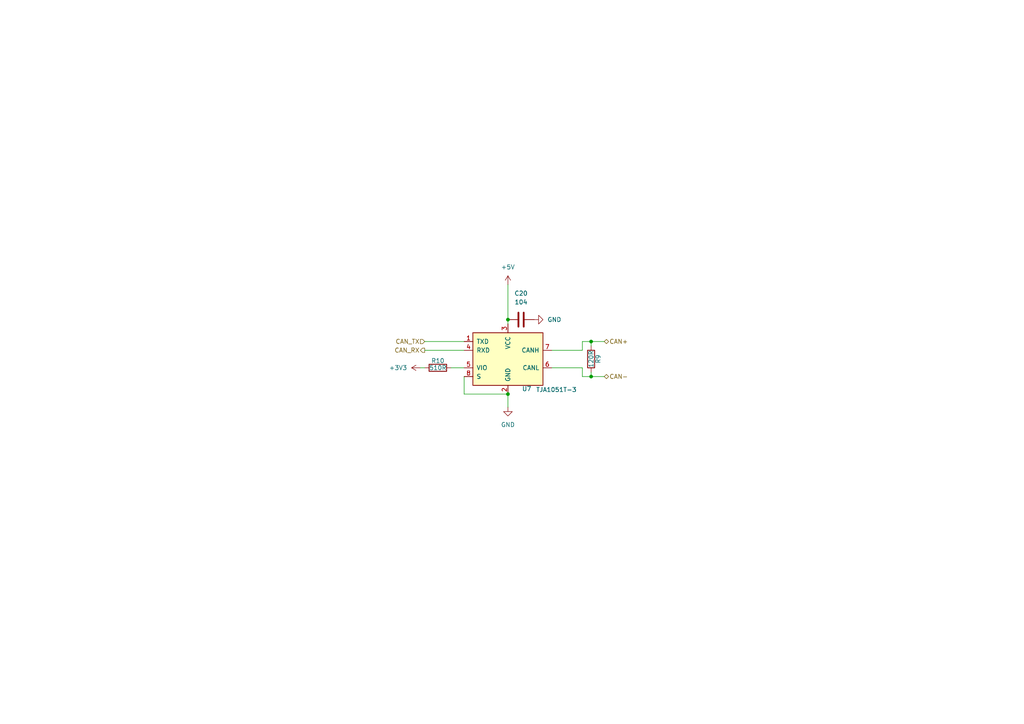
<source format=kicad_sch>
(kicad_sch
	(version 20231120)
	(generator "eeschema")
	(generator_version "8.0")
	(uuid "edb76f45-c2b1-4b56-988e-f5f7c1af54b6")
	(paper "A4")
	(lib_symbols
		(symbol "Device:C"
			(pin_numbers hide)
			(pin_names
				(offset 0.254)
			)
			(exclude_from_sim no)
			(in_bom yes)
			(on_board yes)
			(property "Reference" "C"
				(at 0.635 2.54 0)
				(effects
					(font
						(size 1.27 1.27)
					)
					(justify left)
				)
			)
			(property "Value" "C"
				(at 0.635 -2.54 0)
				(effects
					(font
						(size 1.27 1.27)
					)
					(justify left)
				)
			)
			(property "Footprint" ""
				(at 0.9652 -3.81 0)
				(effects
					(font
						(size 1.27 1.27)
					)
					(hide yes)
				)
			)
			(property "Datasheet" "~"
				(at 0 0 0)
				(effects
					(font
						(size 1.27 1.27)
					)
					(hide yes)
				)
			)
			(property "Description" "Unpolarized capacitor"
				(at 0 0 0)
				(effects
					(font
						(size 1.27 1.27)
					)
					(hide yes)
				)
			)
			(property "ki_keywords" "cap capacitor"
				(at 0 0 0)
				(effects
					(font
						(size 1.27 1.27)
					)
					(hide yes)
				)
			)
			(property "ki_fp_filters" "C_*"
				(at 0 0 0)
				(effects
					(font
						(size 1.27 1.27)
					)
					(hide yes)
				)
			)
			(symbol "C_0_1"
				(polyline
					(pts
						(xy -2.032 -0.762) (xy 2.032 -0.762)
					)
					(stroke
						(width 0.508)
						(type default)
					)
					(fill
						(type none)
					)
				)
				(polyline
					(pts
						(xy -2.032 0.762) (xy 2.032 0.762)
					)
					(stroke
						(width 0.508)
						(type default)
					)
					(fill
						(type none)
					)
				)
			)
			(symbol "C_1_1"
				(pin passive line
					(at 0 3.81 270)
					(length 2.794)
					(name "~"
						(effects
							(font
								(size 1.27 1.27)
							)
						)
					)
					(number "1"
						(effects
							(font
								(size 1.27 1.27)
							)
						)
					)
				)
				(pin passive line
					(at 0 -3.81 90)
					(length 2.794)
					(name "~"
						(effects
							(font
								(size 1.27 1.27)
							)
						)
					)
					(number "2"
						(effects
							(font
								(size 1.27 1.27)
							)
						)
					)
				)
			)
		)
		(symbol "Device:R"
			(pin_numbers hide)
			(pin_names
				(offset 0)
			)
			(exclude_from_sim no)
			(in_bom yes)
			(on_board yes)
			(property "Reference" "R"
				(at 2.032 0 90)
				(effects
					(font
						(size 1.27 1.27)
					)
				)
			)
			(property "Value" "R"
				(at 0 0 90)
				(effects
					(font
						(size 1.27 1.27)
					)
				)
			)
			(property "Footprint" ""
				(at -1.778 0 90)
				(effects
					(font
						(size 1.27 1.27)
					)
					(hide yes)
				)
			)
			(property "Datasheet" "~"
				(at 0 0 0)
				(effects
					(font
						(size 1.27 1.27)
					)
					(hide yes)
				)
			)
			(property "Description" "Resistor"
				(at 0 0 0)
				(effects
					(font
						(size 1.27 1.27)
					)
					(hide yes)
				)
			)
			(property "ki_keywords" "R res resistor"
				(at 0 0 0)
				(effects
					(font
						(size 1.27 1.27)
					)
					(hide yes)
				)
			)
			(property "ki_fp_filters" "R_*"
				(at 0 0 0)
				(effects
					(font
						(size 1.27 1.27)
					)
					(hide yes)
				)
			)
			(symbol "R_0_1"
				(rectangle
					(start -1.016 -2.54)
					(end 1.016 2.54)
					(stroke
						(width 0.254)
						(type default)
					)
					(fill
						(type none)
					)
				)
			)
			(symbol "R_1_1"
				(pin passive line
					(at 0 3.81 270)
					(length 1.27)
					(name "~"
						(effects
							(font
								(size 1.27 1.27)
							)
						)
					)
					(number "1"
						(effects
							(font
								(size 1.27 1.27)
							)
						)
					)
				)
				(pin passive line
					(at 0 -3.81 90)
					(length 1.27)
					(name "~"
						(effects
							(font
								(size 1.27 1.27)
							)
						)
					)
					(number "2"
						(effects
							(font
								(size 1.27 1.27)
							)
						)
					)
				)
			)
		)
		(symbol "Interface_CAN_LIN:TJA1051T-3"
			(pin_names
				(offset 1.016)
			)
			(exclude_from_sim no)
			(in_bom yes)
			(on_board yes)
			(property "Reference" "U"
				(at -10.16 8.89 0)
				(effects
					(font
						(size 1.27 1.27)
					)
					(justify left)
				)
			)
			(property "Value" "TJA1051T-3"
				(at 1.27 8.89 0)
				(effects
					(font
						(size 1.27 1.27)
					)
					(justify left)
				)
			)
			(property "Footprint" "Package_SO:SOIC-8_3.9x4.9mm_P1.27mm"
				(at 0 -12.7 0)
				(effects
					(font
						(size 1.27 1.27)
						(italic yes)
					)
					(hide yes)
				)
			)
			(property "Datasheet" "http://www.nxp.com/docs/en/data-sheet/TJA1051.pdf"
				(at 0 0 0)
				(effects
					(font
						(size 1.27 1.27)
					)
					(hide yes)
				)
			)
			(property "Description" "High-Speed CAN Transceiver, separate VIO, silent mode, SOIC-8"
				(at 0 0 0)
				(effects
					(font
						(size 1.27 1.27)
					)
					(hide yes)
				)
			)
			(property "ki_keywords" "High-Speed CAN Transceiver"
				(at 0 0 0)
				(effects
					(font
						(size 1.27 1.27)
					)
					(hide yes)
				)
			)
			(property "ki_fp_filters" "SOIC*3.9x4.9mm*P1.27mm*"
				(at 0 0 0)
				(effects
					(font
						(size 1.27 1.27)
					)
					(hide yes)
				)
			)
			(symbol "TJA1051T-3_0_1"
				(rectangle
					(start -10.16 7.62)
					(end 10.16 -7.62)
					(stroke
						(width 0.254)
						(type default)
					)
					(fill
						(type background)
					)
				)
			)
			(symbol "TJA1051T-3_1_1"
				(pin input line
					(at -12.7 5.08 0)
					(length 2.54)
					(name "TXD"
						(effects
							(font
								(size 1.27 1.27)
							)
						)
					)
					(number "1"
						(effects
							(font
								(size 1.27 1.27)
							)
						)
					)
				)
				(pin power_in line
					(at 0 -10.16 90)
					(length 2.54)
					(name "GND"
						(effects
							(font
								(size 1.27 1.27)
							)
						)
					)
					(number "2"
						(effects
							(font
								(size 1.27 1.27)
							)
						)
					)
				)
				(pin power_in line
					(at 0 10.16 270)
					(length 2.54)
					(name "VCC"
						(effects
							(font
								(size 1.27 1.27)
							)
						)
					)
					(number "3"
						(effects
							(font
								(size 1.27 1.27)
							)
						)
					)
				)
				(pin output line
					(at -12.7 2.54 0)
					(length 2.54)
					(name "RXD"
						(effects
							(font
								(size 1.27 1.27)
							)
						)
					)
					(number "4"
						(effects
							(font
								(size 1.27 1.27)
							)
						)
					)
				)
				(pin power_in line
					(at -12.7 -2.54 0)
					(length 2.54)
					(name "VIO"
						(effects
							(font
								(size 1.27 1.27)
							)
						)
					)
					(number "5"
						(effects
							(font
								(size 1.27 1.27)
							)
						)
					)
				)
				(pin bidirectional line
					(at 12.7 -2.54 180)
					(length 2.54)
					(name "CANL"
						(effects
							(font
								(size 1.27 1.27)
							)
						)
					)
					(number "6"
						(effects
							(font
								(size 1.27 1.27)
							)
						)
					)
				)
				(pin bidirectional line
					(at 12.7 2.54 180)
					(length 2.54)
					(name "CANH"
						(effects
							(font
								(size 1.27 1.27)
							)
						)
					)
					(number "7"
						(effects
							(font
								(size 1.27 1.27)
							)
						)
					)
				)
				(pin input line
					(at -12.7 -5.08 0)
					(length 2.54)
					(name "S"
						(effects
							(font
								(size 1.27 1.27)
							)
						)
					)
					(number "8"
						(effects
							(font
								(size 1.27 1.27)
							)
						)
					)
				)
			)
		)
		(symbol "power:+3V3"
			(power)
			(pin_names
				(offset 0)
			)
			(exclude_from_sim no)
			(in_bom yes)
			(on_board yes)
			(property "Reference" "#PWR"
				(at 0 -3.81 0)
				(effects
					(font
						(size 1.27 1.27)
					)
					(hide yes)
				)
			)
			(property "Value" "+3V3"
				(at 0 3.556 0)
				(effects
					(font
						(size 1.27 1.27)
					)
				)
			)
			(property "Footprint" ""
				(at 0 0 0)
				(effects
					(font
						(size 1.27 1.27)
					)
					(hide yes)
				)
			)
			(property "Datasheet" ""
				(at 0 0 0)
				(effects
					(font
						(size 1.27 1.27)
					)
					(hide yes)
				)
			)
			(property "Description" "Power symbol creates a global label with name \"+3V3\""
				(at 0 0 0)
				(effects
					(font
						(size 1.27 1.27)
					)
					(hide yes)
				)
			)
			(property "ki_keywords" "global power"
				(at 0 0 0)
				(effects
					(font
						(size 1.27 1.27)
					)
					(hide yes)
				)
			)
			(symbol "+3V3_0_1"
				(polyline
					(pts
						(xy -0.762 1.27) (xy 0 2.54)
					)
					(stroke
						(width 0)
						(type default)
					)
					(fill
						(type none)
					)
				)
				(polyline
					(pts
						(xy 0 0) (xy 0 2.54)
					)
					(stroke
						(width 0)
						(type default)
					)
					(fill
						(type none)
					)
				)
				(polyline
					(pts
						(xy 0 2.54) (xy 0.762 1.27)
					)
					(stroke
						(width 0)
						(type default)
					)
					(fill
						(type none)
					)
				)
			)
			(symbol "+3V3_1_1"
				(pin power_in line
					(at 0 0 90)
					(length 0) hide
					(name "+3V3"
						(effects
							(font
								(size 1.27 1.27)
							)
						)
					)
					(number "1"
						(effects
							(font
								(size 1.27 1.27)
							)
						)
					)
				)
			)
		)
		(symbol "power:+5V"
			(power)
			(pin_names
				(offset 0)
			)
			(exclude_from_sim no)
			(in_bom yes)
			(on_board yes)
			(property "Reference" "#PWR"
				(at 0 -3.81 0)
				(effects
					(font
						(size 1.27 1.27)
					)
					(hide yes)
				)
			)
			(property "Value" "+5V"
				(at 0 3.556 0)
				(effects
					(font
						(size 1.27 1.27)
					)
				)
			)
			(property "Footprint" ""
				(at 0 0 0)
				(effects
					(font
						(size 1.27 1.27)
					)
					(hide yes)
				)
			)
			(property "Datasheet" ""
				(at 0 0 0)
				(effects
					(font
						(size 1.27 1.27)
					)
					(hide yes)
				)
			)
			(property "Description" "Power symbol creates a global label with name \"+5V\""
				(at 0 0 0)
				(effects
					(font
						(size 1.27 1.27)
					)
					(hide yes)
				)
			)
			(property "ki_keywords" "global power"
				(at 0 0 0)
				(effects
					(font
						(size 1.27 1.27)
					)
					(hide yes)
				)
			)
			(symbol "+5V_0_1"
				(polyline
					(pts
						(xy -0.762 1.27) (xy 0 2.54)
					)
					(stroke
						(width 0)
						(type default)
					)
					(fill
						(type none)
					)
				)
				(polyline
					(pts
						(xy 0 0) (xy 0 2.54)
					)
					(stroke
						(width 0)
						(type default)
					)
					(fill
						(type none)
					)
				)
				(polyline
					(pts
						(xy 0 2.54) (xy 0.762 1.27)
					)
					(stroke
						(width 0)
						(type default)
					)
					(fill
						(type none)
					)
				)
			)
			(symbol "+5V_1_1"
				(pin power_in line
					(at 0 0 90)
					(length 0) hide
					(name "+5V"
						(effects
							(font
								(size 1.27 1.27)
							)
						)
					)
					(number "1"
						(effects
							(font
								(size 1.27 1.27)
							)
						)
					)
				)
			)
		)
		(symbol "power:GND"
			(power)
			(pin_names
				(offset 0)
			)
			(exclude_from_sim no)
			(in_bom yes)
			(on_board yes)
			(property "Reference" "#PWR"
				(at 0 -6.35 0)
				(effects
					(font
						(size 1.27 1.27)
					)
					(hide yes)
				)
			)
			(property "Value" "GND"
				(at 0 -3.81 0)
				(effects
					(font
						(size 1.27 1.27)
					)
				)
			)
			(property "Footprint" ""
				(at 0 0 0)
				(effects
					(font
						(size 1.27 1.27)
					)
					(hide yes)
				)
			)
			(property "Datasheet" ""
				(at 0 0 0)
				(effects
					(font
						(size 1.27 1.27)
					)
					(hide yes)
				)
			)
			(property "Description" "Power symbol creates a global label with name \"GND\" , ground"
				(at 0 0 0)
				(effects
					(font
						(size 1.27 1.27)
					)
					(hide yes)
				)
			)
			(property "ki_keywords" "global power"
				(at 0 0 0)
				(effects
					(font
						(size 1.27 1.27)
					)
					(hide yes)
				)
			)
			(symbol "GND_0_1"
				(polyline
					(pts
						(xy 0 0) (xy 0 -1.27) (xy 1.27 -1.27) (xy 0 -2.54) (xy -1.27 -1.27) (xy 0 -1.27)
					)
					(stroke
						(width 0)
						(type default)
					)
					(fill
						(type none)
					)
				)
			)
			(symbol "GND_1_1"
				(pin power_in line
					(at 0 0 270)
					(length 0) hide
					(name "GND"
						(effects
							(font
								(size 1.27 1.27)
							)
						)
					)
					(number "1"
						(effects
							(font
								(size 1.27 1.27)
							)
						)
					)
				)
			)
		)
	)
	(junction
		(at 171.45 109.22)
		(diameter 0)
		(color 0 0 0 0)
		(uuid "006e737c-cc0b-4dca-a582-9142e254a481")
	)
	(junction
		(at 147.32 114.3)
		(diameter 0)
		(color 0 0 0 0)
		(uuid "28a80973-29bf-487e-9734-ae1f682f771e")
	)
	(junction
		(at 171.45 99.06)
		(diameter 0)
		(color 0 0 0 0)
		(uuid "e469fb2c-202b-4c5b-b52b-83559431d5dd")
	)
	(junction
		(at 147.32 92.71)
		(diameter 0)
		(color 0 0 0 0)
		(uuid "f0e07e8e-c0b2-4b6b-9e64-858731209f93")
	)
	(wire
		(pts
			(xy 130.81 106.68) (xy 134.62 106.68)
		)
		(stroke
			(width 0)
			(type default)
		)
		(uuid "051e5b39-064c-4769-b01f-1ba2286a5823")
	)
	(wire
		(pts
			(xy 168.91 99.06) (xy 168.91 101.6)
		)
		(stroke
			(width 0)
			(type default)
		)
		(uuid "14350e31-55a5-4eda-b408-7a5f6bd1a2f6")
	)
	(wire
		(pts
			(xy 168.91 106.68) (xy 160.02 106.68)
		)
		(stroke
			(width 0)
			(type default)
		)
		(uuid "1a581d60-b048-497f-821e-c7b230e0e9cc")
	)
	(wire
		(pts
			(xy 171.45 109.22) (xy 168.91 109.22)
		)
		(stroke
			(width 0)
			(type default)
		)
		(uuid "23d14473-e1e7-4786-b497-0c51c89e04bf")
	)
	(wire
		(pts
			(xy 175.26 99.06) (xy 171.45 99.06)
		)
		(stroke
			(width 0)
			(type default)
		)
		(uuid "272ac1b4-5e52-4432-94ca-0d655711b910")
	)
	(wire
		(pts
			(xy 175.26 109.22) (xy 171.45 109.22)
		)
		(stroke
			(width 0)
			(type default)
		)
		(uuid "4c99057e-685f-43d1-b26e-5e19ec1dec82")
	)
	(wire
		(pts
			(xy 160.02 101.6) (xy 168.91 101.6)
		)
		(stroke
			(width 0)
			(type default)
		)
		(uuid "6b0fde08-d850-4689-9803-876a04b4d292")
	)
	(wire
		(pts
			(xy 147.32 118.11) (xy 147.32 114.3)
		)
		(stroke
			(width 0)
			(type default)
		)
		(uuid "72c5ff74-1b65-428c-ab9f-b082a7612f5f")
	)
	(wire
		(pts
			(xy 123.19 101.6) (xy 134.62 101.6)
		)
		(stroke
			(width 0)
			(type default)
		)
		(uuid "7c76a0e0-dd57-43fb-8662-c0373d71e390")
	)
	(wire
		(pts
			(xy 134.62 114.3) (xy 147.32 114.3)
		)
		(stroke
			(width 0)
			(type default)
		)
		(uuid "89aa1576-a2be-4a1f-86e4-94822c0c587f")
	)
	(wire
		(pts
			(xy 171.45 107.95) (xy 171.45 109.22)
		)
		(stroke
			(width 0)
			(type default)
		)
		(uuid "a9261046-328a-48ab-801d-8d4efd872887")
	)
	(wire
		(pts
			(xy 147.32 82.55) (xy 147.32 92.71)
		)
		(stroke
			(width 0)
			(type default)
		)
		(uuid "ad6cbd96-b0b3-47b4-9b00-4c2e35dcf084")
	)
	(wire
		(pts
			(xy 121.92 106.68) (xy 123.19 106.68)
		)
		(stroke
			(width 0)
			(type default)
		)
		(uuid "ba28da34-794c-4f07-90c9-0519bb33b588")
	)
	(wire
		(pts
			(xy 171.45 99.06) (xy 168.91 99.06)
		)
		(stroke
			(width 0)
			(type default)
		)
		(uuid "bab68ef6-befe-45fb-963b-0abda5abad24")
	)
	(wire
		(pts
			(xy 123.19 99.06) (xy 134.62 99.06)
		)
		(stroke
			(width 0)
			(type default)
		)
		(uuid "ccdba70a-60f1-4241-abe5-15f991784059")
	)
	(wire
		(pts
			(xy 134.62 109.22) (xy 134.62 114.3)
		)
		(stroke
			(width 0)
			(type default)
		)
		(uuid "d8126571-815d-447a-ab6f-91d50925f27f")
	)
	(wire
		(pts
			(xy 147.32 92.71) (xy 147.32 93.98)
		)
		(stroke
			(width 0)
			(type default)
		)
		(uuid "db6dfd0d-e1e5-491a-a025-d9129d2556f5")
	)
	(wire
		(pts
			(xy 171.45 100.33) (xy 171.45 99.06)
		)
		(stroke
			(width 0)
			(type default)
		)
		(uuid "de6138fc-90be-4eb3-b2ba-0409429641e3")
	)
	(wire
		(pts
			(xy 168.91 109.22) (xy 168.91 106.68)
		)
		(stroke
			(width 0)
			(type default)
		)
		(uuid "f9ae4ae4-bf61-4655-941c-013a251f7189")
	)
	(hierarchical_label "CAN_TX"
		(shape input)
		(at 123.19 99.06 180)
		(fields_autoplaced yes)
		(effects
			(font
				(size 1.27 1.27)
			)
			(justify right)
		)
		(uuid "0203bf15-752f-423e-944f-6e620b37833f")
	)
	(hierarchical_label "CAN_RX"
		(shape output)
		(at 123.19 101.6 180)
		(fields_autoplaced yes)
		(effects
			(font
				(size 1.27 1.27)
			)
			(justify right)
		)
		(uuid "394053f3-b380-4d13-842a-6eab16fd7626")
	)
	(hierarchical_label "CAN+"
		(shape bidirectional)
		(at 175.26 99.06 0)
		(fields_autoplaced yes)
		(effects
			(font
				(size 1.27 1.27)
			)
			(justify left)
		)
		(uuid "77b2b19f-6091-47b0-91bc-cec6ffb0ff6b")
	)
	(hierarchical_label "CAN-"
		(shape bidirectional)
		(at 175.26 109.22 0)
		(fields_autoplaced yes)
		(effects
			(font
				(size 1.27 1.27)
			)
			(justify left)
		)
		(uuid "9b04af4a-e395-457e-8eba-e43020736ca7")
	)
	(symbol
		(lib_id "Device:R")
		(at 127 106.68 270)
		(unit 1)
		(exclude_from_sim no)
		(in_bom yes)
		(on_board yes)
		(dnp no)
		(uuid "19502b79-647d-4747-bab2-5cbf3f94a0e6")
		(property "Reference" "R10"
			(at 127 104.648 90)
			(effects
				(font
					(size 1.27 1.27)
				)
			)
		)
		(property "Value" "510R"
			(at 127 106.68 90)
			(effects
				(font
					(size 1.27 1.27)
				)
			)
		)
		(property "Footprint" "Resistor_SMD:R_0805_2012Metric_Pad1.20x1.40mm_HandSolder"
			(at 127 104.902 90)
			(effects
				(font
					(size 1.27 1.27)
				)
				(hide yes)
			)
		)
		(property "Datasheet" "~"
			(at 127 106.68 0)
			(effects
				(font
					(size 1.27 1.27)
				)
				(hide yes)
			)
		)
		(property "Description" ""
			(at 127 106.68 0)
			(effects
				(font
					(size 1.27 1.27)
				)
				(hide yes)
			)
		)
		(pin "2"
			(uuid "451fcd0d-9956-4555-8aef-05bf42d663f4")
		)
		(pin "1"
			(uuid "548553ec-2512-48d7-ab07-093c8fa984a6")
		)
		(instances
			(project "运动控制卡"
				(path "/44f95aaa-b8fb-4878-90c0-6b2790b3f62f/77ec3101-0f07-4afa-ba60-75745a5882c4"
					(reference "R10")
					(unit 1)
				)
			)
		)
	)
	(symbol
		(lib_id "Device:R")
		(at 171.45 104.14 180)
		(unit 1)
		(exclude_from_sim no)
		(in_bom yes)
		(on_board yes)
		(dnp no)
		(uuid "1b5b7f4e-eb70-41d0-991f-1c023ccd76f9")
		(property "Reference" "R9"
			(at 173.482 104.14 90)
			(effects
				(font
					(size 1.27 1.27)
				)
			)
		)
		(property "Value" "120R"
			(at 171.45 104.14 90)
			(effects
				(font
					(size 1.27 1.27)
				)
			)
		)
		(property "Footprint" "Resistor_SMD:R_0805_2012Metric_Pad1.20x1.40mm_HandSolder"
			(at 173.228 104.14 90)
			(effects
				(font
					(size 1.27 1.27)
				)
				(hide yes)
			)
		)
		(property "Datasheet" "~"
			(at 171.45 104.14 0)
			(effects
				(font
					(size 1.27 1.27)
				)
				(hide yes)
			)
		)
		(property "Description" ""
			(at 171.45 104.14 0)
			(effects
				(font
					(size 1.27 1.27)
				)
				(hide yes)
			)
		)
		(pin "2"
			(uuid "e183e96f-397e-4775-845d-491e4fedd544")
		)
		(pin "1"
			(uuid "cbf46842-12c3-492f-a8ef-87074b467b0c")
		)
		(instances
			(project "运动控制卡"
				(path "/44f95aaa-b8fb-4878-90c0-6b2790b3f62f/77ec3101-0f07-4afa-ba60-75745a5882c4"
					(reference "R9")
					(unit 1)
				)
			)
		)
	)
	(symbol
		(lib_id "power:GND")
		(at 147.32 118.11 0)
		(unit 1)
		(exclude_from_sim no)
		(in_bom yes)
		(on_board yes)
		(dnp no)
		(fields_autoplaced yes)
		(uuid "1f2bf942-94a3-40a5-9370-b5826978327d")
		(property "Reference" "#PWR023"
			(at 147.32 124.46 0)
			(effects
				(font
					(size 1.27 1.27)
				)
				(hide yes)
			)
		)
		(property "Value" "GND"
			(at 147.32 123.19 0)
			(effects
				(font
					(size 1.27 1.27)
				)
			)
		)
		(property "Footprint" ""
			(at 147.32 118.11 0)
			(effects
				(font
					(size 1.27 1.27)
				)
				(hide yes)
			)
		)
		(property "Datasheet" ""
			(at 147.32 118.11 0)
			(effects
				(font
					(size 1.27 1.27)
				)
				(hide yes)
			)
		)
		(property "Description" "Power symbol creates a global label with name \"GND\" , ground"
			(at 147.32 118.11 0)
			(effects
				(font
					(size 1.27 1.27)
				)
				(hide yes)
			)
		)
		(pin "1"
			(uuid "9589fb4a-69c2-4c98-94a9-f171a3c7967e")
		)
		(instances
			(project "运动控制卡"
				(path "/44f95aaa-b8fb-4878-90c0-6b2790b3f62f/77ec3101-0f07-4afa-ba60-75745a5882c4"
					(reference "#PWR023")
					(unit 1)
				)
			)
		)
	)
	(symbol
		(lib_id "power:GND")
		(at 154.94 92.71 90)
		(unit 1)
		(exclude_from_sim no)
		(in_bom yes)
		(on_board yes)
		(dnp no)
		(fields_autoplaced yes)
		(uuid "87d9ceda-df19-4ad5-9359-dc98608c36d5")
		(property "Reference" "#PWR024"
			(at 161.29 92.71 0)
			(effects
				(font
					(size 1.27 1.27)
				)
				(hide yes)
			)
		)
		(property "Value" "GND"
			(at 158.75 92.7099 90)
			(effects
				(font
					(size 1.27 1.27)
				)
				(justify right)
			)
		)
		(property "Footprint" ""
			(at 154.94 92.71 0)
			(effects
				(font
					(size 1.27 1.27)
				)
				(hide yes)
			)
		)
		(property "Datasheet" ""
			(at 154.94 92.71 0)
			(effects
				(font
					(size 1.27 1.27)
				)
				(hide yes)
			)
		)
		(property "Description" "Power symbol creates a global label with name \"GND\" , ground"
			(at 154.94 92.71 0)
			(effects
				(font
					(size 1.27 1.27)
				)
				(hide yes)
			)
		)
		(pin "1"
			(uuid "d88730d0-efe6-4da6-8f60-94c89a235545")
		)
		(instances
			(project "运动控制卡"
				(path "/44f95aaa-b8fb-4878-90c0-6b2790b3f62f/77ec3101-0f07-4afa-ba60-75745a5882c4"
					(reference "#PWR024")
					(unit 1)
				)
			)
		)
	)
	(symbol
		(lib_id "Device:C")
		(at 151.13 92.71 90)
		(unit 1)
		(exclude_from_sim no)
		(in_bom yes)
		(on_board yes)
		(dnp no)
		(fields_autoplaced yes)
		(uuid "9e16c539-c020-46a9-8c97-c70394ae2f9f")
		(property "Reference" "C20"
			(at 151.13 85.09 90)
			(effects
				(font
					(size 1.27 1.27)
				)
			)
		)
		(property "Value" "104"
			(at 151.13 87.63 90)
			(effects
				(font
					(size 1.27 1.27)
				)
			)
		)
		(property "Footprint" "Capacitor_SMD:C_0603_1608Metric"
			(at 154.94 91.7448 0)
			(effects
				(font
					(size 1.27 1.27)
				)
				(hide yes)
			)
		)
		(property "Datasheet" "~"
			(at 151.13 92.71 0)
			(effects
				(font
					(size 1.27 1.27)
				)
				(hide yes)
			)
		)
		(property "Description" ""
			(at 151.13 92.71 0)
			(effects
				(font
					(size 1.27 1.27)
				)
				(hide yes)
			)
		)
		(pin "2"
			(uuid "a9f288b9-839b-483b-9239-a3e46c35f216")
		)
		(pin "1"
			(uuid "486c0cb4-d2ce-4d2e-a0ea-3cf927ca888a")
		)
		(instances
			(project "运动控制卡"
				(path "/44f95aaa-b8fb-4878-90c0-6b2790b3f62f/77ec3101-0f07-4afa-ba60-75745a5882c4"
					(reference "C20")
					(unit 1)
				)
			)
		)
	)
	(symbol
		(lib_id "power:+5V")
		(at 147.32 82.55 0)
		(unit 1)
		(exclude_from_sim no)
		(in_bom yes)
		(on_board yes)
		(dnp no)
		(fields_autoplaced yes)
		(uuid "d09d2abf-e696-49d4-a75f-13ee2dad64a8")
		(property "Reference" "#PWR022"
			(at 147.32 86.36 0)
			(effects
				(font
					(size 1.27 1.27)
				)
				(hide yes)
			)
		)
		(property "Value" "+5V"
			(at 147.32 77.47 0)
			(effects
				(font
					(size 1.27 1.27)
				)
			)
		)
		(property "Footprint" ""
			(at 147.32 82.55 0)
			(effects
				(font
					(size 1.27 1.27)
				)
				(hide yes)
			)
		)
		(property "Datasheet" ""
			(at 147.32 82.55 0)
			(effects
				(font
					(size 1.27 1.27)
				)
				(hide yes)
			)
		)
		(property "Description" ""
			(at 147.32 82.55 0)
			(effects
				(font
					(size 1.27 1.27)
				)
				(hide yes)
			)
		)
		(pin "1"
			(uuid "557d6ee3-18e2-40b8-b34b-69a4ffaf2803")
		)
		(instances
			(project "运动控制卡"
				(path "/44f95aaa-b8fb-4878-90c0-6b2790b3f62f/77ec3101-0f07-4afa-ba60-75745a5882c4"
					(reference "#PWR022")
					(unit 1)
				)
			)
		)
	)
	(symbol
		(lib_id "power:+3V3")
		(at 121.92 106.68 90)
		(unit 1)
		(exclude_from_sim no)
		(in_bom yes)
		(on_board yes)
		(dnp no)
		(fields_autoplaced yes)
		(uuid "db9724ee-ff16-4742-9f66-8d906c908efe")
		(property "Reference" "#PWR025"
			(at 125.73 106.68 0)
			(effects
				(font
					(size 1.27 1.27)
				)
				(hide yes)
			)
		)
		(property "Value" "+3V3"
			(at 118.11 106.6799 90)
			(effects
				(font
					(size 1.27 1.27)
				)
				(justify left)
			)
		)
		(property "Footprint" ""
			(at 121.92 106.68 0)
			(effects
				(font
					(size 1.27 1.27)
				)
				(hide yes)
			)
		)
		(property "Datasheet" ""
			(at 121.92 106.68 0)
			(effects
				(font
					(size 1.27 1.27)
				)
				(hide yes)
			)
		)
		(property "Description" ""
			(at 121.92 106.68 0)
			(effects
				(font
					(size 1.27 1.27)
				)
				(hide yes)
			)
		)
		(pin "1"
			(uuid "ce2b15b6-dd9d-4f38-92de-4849472836a8")
		)
		(instances
			(project "运动控制卡"
				(path "/44f95aaa-b8fb-4878-90c0-6b2790b3f62f/77ec3101-0f07-4afa-ba60-75745a5882c4"
					(reference "#PWR025")
					(unit 1)
				)
			)
		)
	)
	(symbol
		(lib_id "Interface_CAN_LIN:TJA1051T-3")
		(at 147.32 104.14 0)
		(unit 1)
		(exclude_from_sim no)
		(in_bom yes)
		(on_board yes)
		(dnp no)
		(uuid "edbc6ae9-132f-46a6-a992-9331e3cc4e08")
		(property "Reference" "U7"
			(at 151.384 112.776 0)
			(effects
				(font
					(size 1.27 1.27)
				)
				(justify left)
			)
		)
		(property "Value" "TJA1051T-3"
			(at 155.448 113.03 0)
			(effects
				(font
					(size 1.27 1.27)
				)
				(justify left)
			)
		)
		(property "Footprint" "Package_SO:SOIC-8_3.9x4.9mm_P1.27mm"
			(at 147.32 116.84 0)
			(effects
				(font
					(size 1.27 1.27)
					(italic yes)
				)
				(hide yes)
			)
		)
		(property "Datasheet" "http://www.nxp.com/docs/en/data-sheet/TJA1051.pdf"
			(at 147.32 104.14 0)
			(effects
				(font
					(size 1.27 1.27)
				)
				(hide yes)
			)
		)
		(property "Description" "High-Speed CAN Transceiver, separate VIO, silent mode, SOIC-8"
			(at 147.32 104.14 0)
			(effects
				(font
					(size 1.27 1.27)
				)
				(hide yes)
			)
		)
		(pin "2"
			(uuid "20aec952-0bdb-47f8-ad22-389beed834bf")
		)
		(pin "6"
			(uuid "21a371d4-e18c-4a25-a4f2-c82a6b9f564a")
		)
		(pin "1"
			(uuid "a3afd46c-47ea-4d22-b38f-b7d0cc7d4ad8")
		)
		(pin "3"
			(uuid "9c366c83-d4b6-4f6a-a4db-b6bd223ff8d4")
		)
		(pin "7"
			(uuid "df3f11f4-2953-4db2-a44a-768bc579ac64")
		)
		(pin "4"
			(uuid "915ee6c8-b9b4-4a08-aed7-85734d716538")
		)
		(pin "5"
			(uuid "67506b80-4d02-4a36-b24e-40164cb14e30")
		)
		(pin "8"
			(uuid "2596e174-6337-4201-b897-8dc818ef3039")
		)
		(instances
			(project "运动控制卡"
				(path "/44f95aaa-b8fb-4878-90c0-6b2790b3f62f/77ec3101-0f07-4afa-ba60-75745a5882c4"
					(reference "U7")
					(unit 1)
				)
			)
		)
	)
)
</source>
